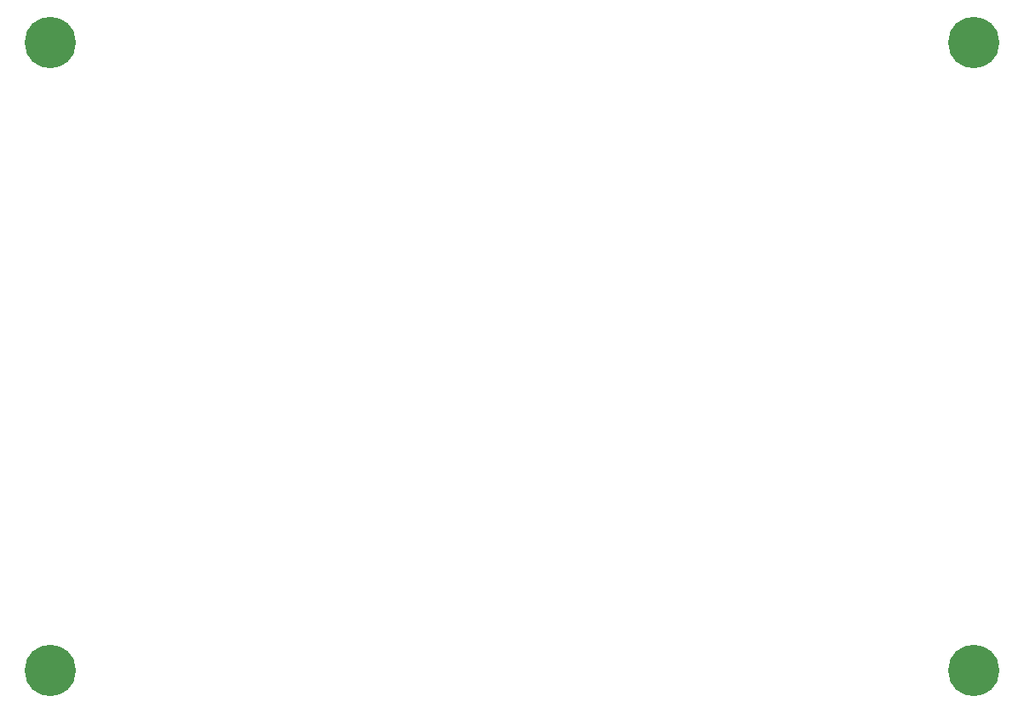
<source format=gbs>
%TF.GenerationSoftware,KiCad,Pcbnew,(5.1.8)-1*%
%TF.CreationDate,2021-03-17T17:45:33+01:00*%
%TF.ProjectId,C64 BlinkenDiag Faceplate,43363420-426c-4696-9e6b-656e44696167,rev?*%
%TF.SameCoordinates,Original*%
%TF.FileFunction,Soldermask,Bot*%
%TF.FilePolarity,Negative*%
%FSLAX46Y46*%
G04 Gerber Fmt 4.6, Leading zero omitted, Abs format (unit mm)*
G04 Created by KiCad (PCBNEW (5.1.8)-1) date 2021-03-17 17:45:33*
%MOMM*%
%LPD*%
G01*
G04 APERTURE LIST*
%ADD10C,5.100000*%
G04 APERTURE END LIST*
D10*
%TO.C,M1*%
X124079000Y-86995000D03*
%TD*%
%TO.C,M2*%
X215900000Y-86995000D03*
%TD*%
%TO.C,M3*%
X215900000Y-24511000D03*
%TD*%
%TO.C,M4*%
X124079000Y-24511000D03*
%TD*%
M02*

</source>
